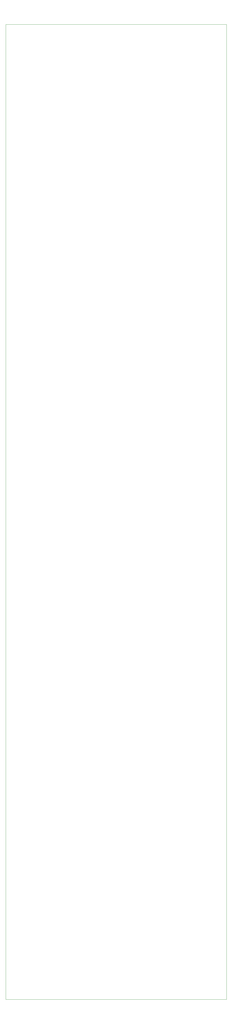
<source format=gbr>
%TF.GenerationSoftware,KiCad,Pcbnew,(6.0.6-0)*%
%TF.CreationDate,2022-11-06T01:46:37-08:00*%
%TF.ProjectId,Slave Board,536c6176-6520-4426-9f61-72642e6b6963,rev?*%
%TF.SameCoordinates,Original*%
%TF.FileFunction,Profile,NP*%
%FSLAX46Y46*%
G04 Gerber Fmt 4.6, Leading zero omitted, Abs format (unit mm)*
G04 Created by KiCad (PCBNEW (6.0.6-0)) date 2022-11-06 01:46:37*
%MOMM*%
%LPD*%
G01*
G04 APERTURE LIST*
%TA.AperFunction,Profile*%
%ADD10C,0.100000*%
%TD*%
G04 APERTURE END LIST*
D10*
X284480000Y-384048000D02*
X284480000Y-25400000D01*
X203200000Y-384048000D02*
X284480000Y-384048000D01*
X203200000Y-25400000D02*
X203200000Y-384048000D01*
X284480000Y-25400000D02*
X203200000Y-25400000D01*
M02*

</source>
